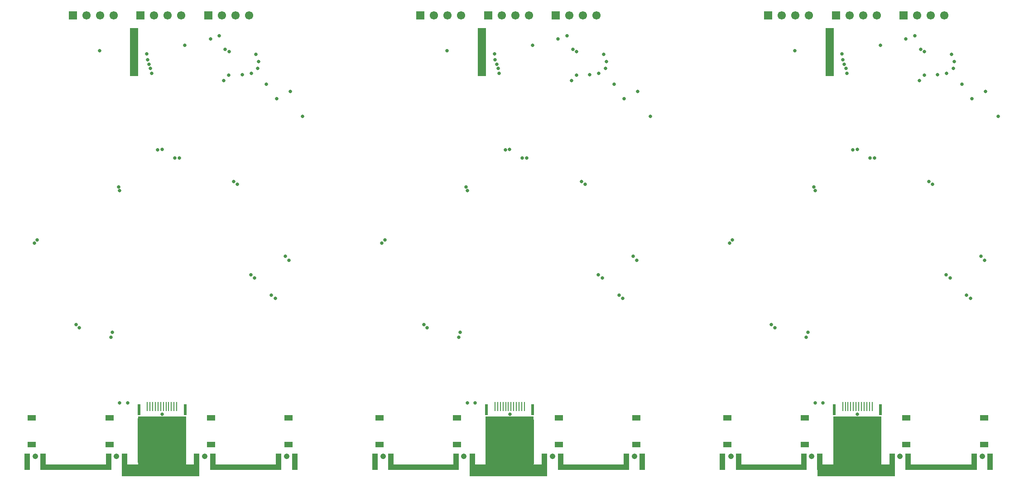
<source format=gbs>
G04*
G04 #@! TF.GenerationSoftware,Altium Limited,Altium Designer,23.6.0 (18)*
G04*
G04 Layer_Color=16711935*
%FSLAX44Y44*%
%MOMM*%
G71*
G04*
G04 #@! TF.SameCoordinates,59697A40-66F3-49E2-9A90-2B25EFB93BE2*
G04*
G04*
G04 #@! TF.FilePolarity,Negative*
G04*
G01*
G75*
%ADD69R,0.2508X1.7508*%
%ADD70C,1.0508*%
%ADD71R,1.5508X9.0508*%
%ADD72R,9.0508X2.0508*%
%ADD73R,9.0508X1.0508*%
%ADD74R,1.0508X3.0508*%
%ADD75O,1.0508X9.0508*%
%ADD76C,1.5508*%
%ADD77R,1.5508X1.5508*%
%ADD78O,9.0508X1.0508*%
%ADD79R,0.6208X2.0508*%
%ADD80R,9.0508X9.0508*%
%ADD81C,0.6508*%
%ADD82R,1.5508X1.0508*%
D69*
X1839500Y519750D02*
D03*
X1824500D02*
D03*
X1834500D02*
D03*
X1829500D02*
D03*
X1809500D02*
D03*
X1844500D02*
D03*
X1854500D02*
D03*
X1849500D02*
D03*
X1859500D02*
D03*
X1864500D02*
D03*
X1814500D02*
D03*
X1819500D02*
D03*
X1189500Y519750D02*
D03*
X1174500D02*
D03*
X1184500D02*
D03*
X1179500D02*
D03*
X1159500D02*
D03*
X1194500D02*
D03*
X1204500D02*
D03*
X1199500D02*
D03*
X1209500D02*
D03*
X1214500D02*
D03*
X1164500D02*
D03*
X1169500D02*
D03*
X539500Y519750D02*
D03*
X524500D02*
D03*
X534500D02*
D03*
X529500D02*
D03*
X509500D02*
D03*
X544500D02*
D03*
X554500D02*
D03*
X549500D02*
D03*
X559500D02*
D03*
X564500D02*
D03*
X514500D02*
D03*
X519500D02*
D03*
D70*
X2070250Y426250D02*
D03*
X1916750D02*
D03*
X1751500D02*
D03*
X1600500D02*
D03*
X1420250Y426250D02*
D03*
X1266750D02*
D03*
X1101500D02*
D03*
X950500D02*
D03*
X770250Y426250D02*
D03*
X616750D02*
D03*
X451500D02*
D03*
X300500D02*
D03*
D71*
X1785000Y1182500D02*
D03*
X1135000Y1182500D02*
D03*
X485000Y1182500D02*
D03*
D72*
X1862000Y399250D02*
D03*
X1807000D02*
D03*
X1212000Y399250D02*
D03*
X1157000D02*
D03*
X562000Y399250D02*
D03*
X507000D02*
D03*
D73*
X1837000Y412000D02*
D03*
X1697000Y406000D02*
D03*
X1853000D02*
D03*
X2015000D02*
D03*
X1972000D02*
D03*
X1656000D02*
D03*
X1816000D02*
D03*
X1187000Y412000D02*
D03*
X1047000Y406000D02*
D03*
X1203000D02*
D03*
X1365000D02*
D03*
X1322000D02*
D03*
X1006000D02*
D03*
X1166000D02*
D03*
X537000Y412000D02*
D03*
X397000Y406000D02*
D03*
X553000D02*
D03*
X715000D02*
D03*
X672000D02*
D03*
X356000D02*
D03*
X516000D02*
D03*
D74*
X2055000Y416000D02*
D03*
X1615000D02*
D03*
X2085000D02*
D03*
X1585000D02*
D03*
X1737000D02*
D03*
X1932000D02*
D03*
X1902000D02*
D03*
X1767000D02*
D03*
X1405000Y416000D02*
D03*
X965000D02*
D03*
X1435000D02*
D03*
X935000D02*
D03*
X1087000D02*
D03*
X1282000D02*
D03*
X1252000D02*
D03*
X1117000D02*
D03*
X755000Y416000D02*
D03*
X315000D02*
D03*
X785000D02*
D03*
X285000D02*
D03*
X437000D02*
D03*
X632000D02*
D03*
X602000D02*
D03*
X467000D02*
D03*
D75*
X1871500Y454000D02*
D03*
X1877000Y453750D02*
D03*
X1866500Y455000D02*
D03*
X1862500Y454500D02*
D03*
X1854250Y453250D02*
D03*
X1847750Y454500D02*
D03*
X1839500Y455250D02*
D03*
X1836000Y455000D02*
D03*
X1828250Y454750D02*
D03*
X1819250Y455000D02*
D03*
X1810750D02*
D03*
X1803750Y455750D02*
D03*
X1797000D02*
D03*
X1221500Y454000D02*
D03*
X1227000Y453750D02*
D03*
X1216500Y455000D02*
D03*
X1212500Y454500D02*
D03*
X1204250Y453250D02*
D03*
X1197750Y454500D02*
D03*
X1189500Y455250D02*
D03*
X1186000Y455000D02*
D03*
X1178250Y454750D02*
D03*
X1169250Y455000D02*
D03*
X1160750D02*
D03*
X1153750Y455750D02*
D03*
X1147000D02*
D03*
X571500Y454000D02*
D03*
X577000Y453750D02*
D03*
X566500Y455000D02*
D03*
X562500Y454500D02*
D03*
X554250Y453250D02*
D03*
X547750Y454500D02*
D03*
X539500Y455250D02*
D03*
X536000Y455000D02*
D03*
X528250Y454750D02*
D03*
X519250Y455000D02*
D03*
X510750D02*
D03*
X503750Y455750D02*
D03*
X497000D02*
D03*
D76*
X1948750Y1250750D02*
D03*
X1695600D02*
D03*
X1721000D02*
D03*
X1746400D02*
D03*
X1999550D02*
D03*
X1974150D02*
D03*
X1873050D02*
D03*
X1847650D02*
D03*
X1822250D02*
D03*
X1298750Y1250750D02*
D03*
X1045600D02*
D03*
X1071000D02*
D03*
X1096400D02*
D03*
X1349550D02*
D03*
X1324150D02*
D03*
X1223050D02*
D03*
X1197650D02*
D03*
X1172250D02*
D03*
X648750Y1250750D02*
D03*
X395600D02*
D03*
X421000D02*
D03*
X446400D02*
D03*
X699550D02*
D03*
X674150D02*
D03*
X573050D02*
D03*
X547650D02*
D03*
X522250D02*
D03*
D77*
X1670200D02*
D03*
X1923350D02*
D03*
X1796850D02*
D03*
X1020200Y1250750D02*
D03*
X1273350D02*
D03*
X1146850D02*
D03*
X370200Y1250750D02*
D03*
X623350D02*
D03*
X496850D02*
D03*
D78*
X1837000Y496000D02*
D03*
X1187000Y496000D02*
D03*
X537000Y496000D02*
D03*
D79*
X1793850Y513750D02*
D03*
X1880150D02*
D03*
X1143850Y513750D02*
D03*
X1230150D02*
D03*
X493850Y513750D02*
D03*
X580150D02*
D03*
D80*
X1837000Y455750D02*
D03*
X1187000Y455750D02*
D03*
X537000Y455750D02*
D03*
D81*
X1744250Y658750D02*
D03*
X1758000Y923250D02*
D03*
X2074500Y793250D02*
D03*
X1977750Y935500D02*
D03*
X1720000Y1185000D02*
D03*
X1880000Y1195000D02*
D03*
X1808401Y1179098D02*
D03*
X1809901Y1168348D02*
D03*
X1812750Y1159500D02*
D03*
X1815500Y1152250D02*
D03*
X1817500Y1142750D02*
D03*
X1952627Y1128980D02*
D03*
X1955250Y1187460D02*
D03*
X1962250Y1183250D02*
D03*
X1837127Y505250D02*
D03*
X2012877Y1178615D02*
D03*
X2017877Y1164615D02*
D03*
X1962000Y1139000D02*
D03*
X2016127Y1152115D02*
D03*
X2003627Y1143115D02*
D03*
X1986877Y1139865D02*
D03*
X1927627Y1207115D02*
D03*
X1944000Y1213250D02*
D03*
X2100127Y1062365D02*
D03*
X2010377Y760115D02*
D03*
X2002877Y766365D02*
D03*
X2067877Y801115D02*
D03*
X2048627Y722115D02*
D03*
X2041127Y727615D02*
D03*
X1741627Y649615D02*
D03*
X1676377Y672615D02*
D03*
X1682627Y667365D02*
D03*
X1598127Y825615D02*
D03*
X1603627Y831615D02*
D03*
X1755627Y930615D02*
D03*
X1828627Y999865D02*
D03*
X1836938Y1000360D02*
D03*
X1860627Y984115D02*
D03*
X1869127Y984865D02*
D03*
X1970877Y940115D02*
D03*
X2076627Y1108865D02*
D03*
X2051127Y1095365D02*
D03*
X2032250Y1122750D02*
D03*
X1757877Y526365D02*
D03*
X1772500Y526750D02*
D03*
X1094250Y658750D02*
D03*
X1108000Y923250D02*
D03*
X1424500Y793250D02*
D03*
X1327750Y935500D02*
D03*
X1070000Y1185000D02*
D03*
X1230000Y1195000D02*
D03*
X1158400Y1179098D02*
D03*
X1159901Y1168348D02*
D03*
X1162750Y1159500D02*
D03*
X1165500Y1152250D02*
D03*
X1167500Y1142750D02*
D03*
X1302627Y1128980D02*
D03*
X1305250Y1187460D02*
D03*
X1312250Y1183250D02*
D03*
X1187127Y505250D02*
D03*
X1362877Y1178615D02*
D03*
X1367877Y1164615D02*
D03*
X1312000Y1139000D02*
D03*
X1366127Y1152115D02*
D03*
X1353627Y1143115D02*
D03*
X1336877Y1139865D02*
D03*
X1277627Y1207115D02*
D03*
X1294000Y1213250D02*
D03*
X1450127Y1062365D02*
D03*
X1360377Y760115D02*
D03*
X1352877Y766365D02*
D03*
X1417877Y801115D02*
D03*
X1398627Y722115D02*
D03*
X1391127Y727615D02*
D03*
X1091627Y649615D02*
D03*
X1026377Y672615D02*
D03*
X1032627Y667365D02*
D03*
X948127Y825615D02*
D03*
X953627Y831615D02*
D03*
X1105627Y930615D02*
D03*
X1178627Y999865D02*
D03*
X1186938Y1000360D02*
D03*
X1210627Y984115D02*
D03*
X1219127Y984865D02*
D03*
X1320877Y940115D02*
D03*
X1426627Y1108865D02*
D03*
X1401127Y1095365D02*
D03*
X1382250Y1122750D02*
D03*
X1107877Y526365D02*
D03*
X1122500Y526750D02*
D03*
X444250Y658750D02*
D03*
X458000Y923250D02*
D03*
X774500Y793250D02*
D03*
X677750Y935500D02*
D03*
X420000Y1185000D02*
D03*
X580000Y1195000D02*
D03*
X508400Y1179098D02*
D03*
X509901Y1168348D02*
D03*
X512750Y1159500D02*
D03*
X515500Y1152250D02*
D03*
X517500Y1142750D02*
D03*
X652627Y1128980D02*
D03*
X655250Y1187460D02*
D03*
X662250Y1183250D02*
D03*
X537127Y505250D02*
D03*
X712877Y1178615D02*
D03*
X717877Y1164615D02*
D03*
X662000Y1139000D02*
D03*
X716127Y1152115D02*
D03*
X703627Y1143115D02*
D03*
X686877Y1139865D02*
D03*
X627627Y1207115D02*
D03*
X644000Y1213250D02*
D03*
X800127Y1062365D02*
D03*
X710377Y760115D02*
D03*
X702877Y766365D02*
D03*
X767877Y801115D02*
D03*
X748627Y722115D02*
D03*
X741127Y727615D02*
D03*
X441627Y649615D02*
D03*
X376377Y672615D02*
D03*
X382627Y667365D02*
D03*
X298127Y825615D02*
D03*
X303627Y831615D02*
D03*
X455627Y930615D02*
D03*
X528627Y999865D02*
D03*
X536938Y1000360D02*
D03*
X560627Y984115D02*
D03*
X569127Y984865D02*
D03*
X670877Y940115D02*
D03*
X776627Y1108865D02*
D03*
X751127Y1095365D02*
D03*
X732250Y1122750D02*
D03*
X457877Y526365D02*
D03*
X472500Y526750D02*
D03*
D82*
X1593750Y448750D02*
D03*
Y498750D02*
D03*
X1738750D02*
D03*
Y448750D02*
D03*
X2073750D02*
D03*
Y498750D02*
D03*
X1928750D02*
D03*
Y448750D02*
D03*
X943750Y448750D02*
D03*
Y498750D02*
D03*
X1088750D02*
D03*
Y448750D02*
D03*
X1423750D02*
D03*
Y498750D02*
D03*
X1278750D02*
D03*
Y448750D02*
D03*
X293750Y448750D02*
D03*
Y498750D02*
D03*
X438750D02*
D03*
Y448750D02*
D03*
X773750D02*
D03*
Y498750D02*
D03*
X628750D02*
D03*
Y448750D02*
D03*
M02*

</source>
